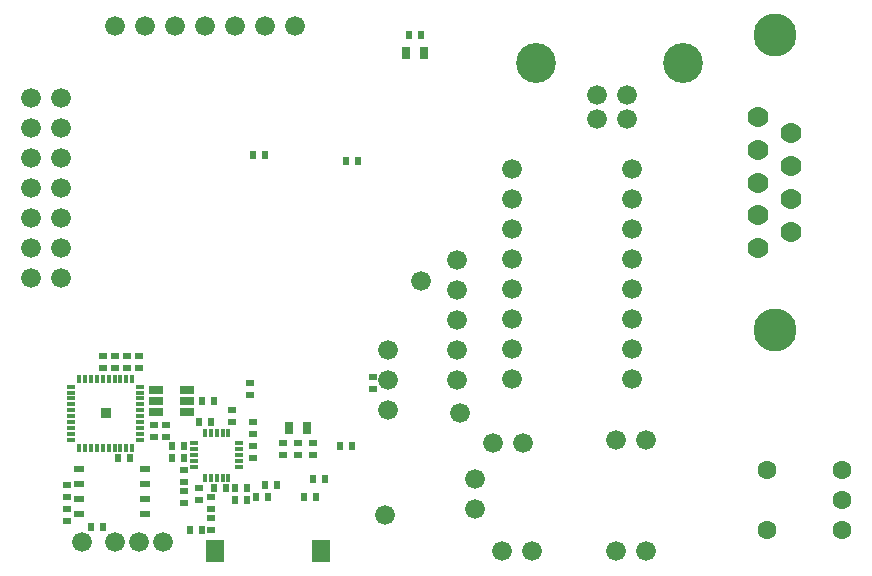
<source format=gbs>
G04 (created by PCBNEW-RS274X (2010-03-14)-final) date Mon 05 Jul 2010 03:41:04 PM EDT*
G01*
G70*
G90*
%MOIN*%
G04 Gerber Fmt 3.4, Leading zero omitted, Abs format*
%FSLAX34Y34*%
G04 APERTURE LIST*
%ADD10C,0.001000*%
%ADD11R,0.026600X0.022700*%
%ADD12R,0.022700X0.026600*%
%ADD13R,0.026600X0.038400*%
%ADD14C,0.066000*%
%ADD15R,0.062100X0.073900*%
%ADD16C,0.143000*%
%ADD17C,0.069900*%
%ADD18C,0.132900*%
%ADD19C,0.063000*%
%ADD20R,0.012800X0.026600*%
%ADD21R,0.026600X0.012800*%
%ADD22R,0.012800X0.028600*%
%ADD23R,0.028600X0.012800*%
%ADD24R,0.034500X0.034500*%
%ADD25R,0.045000X0.026600*%
%ADD26R,0.034500X0.022700*%
G04 APERTURE END LIST*
G54D10*
G54D11*
X25400Y-27397D03*
X25400Y-27003D03*
X26200Y-27397D03*
X26200Y-27003D03*
X25800Y-27397D03*
X25800Y-27003D03*
X25000Y-27003D03*
X25000Y-27397D03*
G54D12*
X25503Y-30400D03*
X25897Y-30400D03*
G54D11*
X26700Y-29303D03*
X26700Y-29697D03*
G54D12*
X28303Y-28500D03*
X28697Y-28500D03*
G54D11*
X27100Y-29697D03*
X27100Y-29303D03*
G54D12*
X27697Y-30000D03*
X27303Y-30000D03*
G54D11*
X27700Y-30803D03*
X27700Y-31197D03*
X28600Y-32097D03*
X28600Y-31703D03*
G54D12*
X28703Y-31400D03*
X29097Y-31400D03*
X29797Y-31400D03*
X29403Y-31400D03*
X29403Y-31800D03*
X29797Y-31800D03*
X30497Y-31700D03*
X30103Y-31700D03*
G54D11*
X28600Y-32403D03*
X28600Y-32797D03*
G54D12*
X28297Y-32800D03*
X27903Y-32800D03*
G54D11*
X27700Y-31897D03*
X27700Y-31503D03*
X28200Y-31797D03*
X28200Y-31403D03*
X29300Y-28803D03*
X29300Y-29197D03*
G54D12*
X28203Y-29200D03*
X28597Y-29200D03*
G54D11*
X31000Y-29903D03*
X31000Y-30297D03*
X32000Y-29903D03*
X32000Y-30297D03*
X31500Y-29903D03*
X31500Y-30297D03*
G54D12*
X30797Y-31300D03*
X30403Y-31300D03*
G54D11*
X29900Y-28297D03*
X29900Y-27903D03*
X30000Y-29203D03*
X30000Y-29597D03*
G54D12*
X35597Y-16300D03*
X35203Y-16300D03*
X32397Y-31100D03*
X32003Y-31100D03*
X32097Y-31700D03*
X31703Y-31700D03*
X27303Y-30400D03*
X27697Y-30400D03*
G54D11*
X30000Y-30397D03*
X30000Y-30003D03*
G54D12*
X33497Y-20500D03*
X33103Y-20500D03*
X30397Y-20300D03*
X30003Y-20300D03*
G54D11*
X23800Y-31697D03*
X23800Y-31303D03*
G54D12*
X24603Y-32700D03*
X24997Y-32700D03*
G54D11*
X23800Y-32103D03*
X23800Y-32497D03*
X34000Y-28097D03*
X34000Y-27703D03*
G54D13*
X31795Y-29400D03*
X31205Y-29400D03*
X35105Y-16900D03*
X35695Y-16900D03*
G54D14*
X37400Y-31100D03*
X37400Y-32100D03*
X42100Y-29800D03*
X43100Y-29800D03*
X42100Y-33500D03*
X43100Y-33500D03*
X39000Y-29900D03*
X38000Y-29900D03*
X39300Y-33500D03*
X38300Y-33500D03*
X22600Y-18400D03*
X23600Y-18400D03*
X22600Y-19400D03*
X23600Y-19400D03*
X22600Y-20400D03*
X23600Y-20400D03*
X22600Y-21400D03*
X23600Y-21400D03*
X22600Y-22400D03*
X23600Y-22400D03*
X22600Y-23400D03*
X23600Y-23400D03*
X22600Y-24400D03*
X23600Y-24400D03*
G54D15*
X28729Y-33500D03*
X32272Y-33500D03*
G54D16*
X47400Y-26120D03*
G54D17*
X46841Y-23394D03*
X46841Y-22303D03*
X46841Y-21213D03*
X46841Y-20122D03*
X46841Y-19031D03*
X47959Y-22848D03*
X47959Y-21758D03*
X47959Y-20667D03*
X47959Y-19577D03*
G54D16*
X47400Y-16281D03*
G54D18*
X44341Y-17240D03*
X39459Y-17240D03*
G54D14*
X42463Y-18307D03*
X42463Y-19094D03*
X41479Y-19094D03*
X41479Y-18307D03*
G54D19*
X49650Y-32800D03*
X49650Y-31800D03*
X49650Y-30800D03*
X47150Y-30800D03*
X47150Y-32800D03*
G54D20*
X28800Y-29552D03*
X28603Y-29552D03*
X28406Y-29552D03*
X28997Y-29552D03*
X29194Y-29552D03*
X28406Y-31048D03*
X28603Y-31048D03*
X28800Y-31048D03*
X28997Y-31048D03*
X29194Y-31048D03*
G54D21*
X28052Y-30300D03*
X28052Y-30497D03*
X28052Y-30694D03*
X28052Y-30103D03*
X28052Y-29906D03*
X29548Y-30300D03*
X29548Y-30497D03*
X29548Y-30694D03*
X29548Y-30103D03*
X29548Y-29906D03*
G54D22*
X24214Y-27748D03*
X24411Y-27748D03*
X24608Y-27748D03*
X24805Y-27748D03*
X25002Y-27748D03*
X25198Y-27748D03*
X25395Y-27748D03*
X25592Y-27748D03*
X25789Y-27748D03*
X25986Y-27748D03*
X25986Y-30052D03*
X25789Y-30052D03*
X25592Y-30052D03*
X25395Y-30052D03*
X25198Y-30052D03*
X25002Y-30052D03*
X24805Y-30052D03*
X24608Y-30052D03*
X24411Y-30052D03*
X24214Y-30052D03*
G54D23*
X26252Y-28014D03*
X26252Y-28211D03*
X26252Y-28408D03*
X26252Y-28605D03*
X26252Y-28802D03*
X26252Y-28998D03*
X26252Y-29195D03*
X26252Y-29392D03*
X26252Y-29589D03*
X26252Y-29786D03*
X23948Y-29786D03*
X23948Y-29589D03*
X23948Y-29392D03*
X23948Y-29195D03*
X23948Y-28998D03*
X23948Y-28802D03*
X23948Y-28605D03*
X23948Y-28408D03*
X23948Y-28211D03*
X23948Y-28014D03*
G54D24*
X25100Y-28900D03*
G54D25*
X26788Y-28874D03*
X26788Y-28500D03*
X26788Y-28126D03*
X27812Y-28126D03*
X27812Y-28500D03*
X27812Y-28874D03*
G54D14*
X38650Y-22750D03*
X38650Y-21750D03*
X38650Y-20750D03*
X38650Y-23750D03*
X38650Y-24750D03*
X38650Y-25750D03*
X38650Y-26750D03*
X38650Y-27750D03*
X42650Y-20750D03*
X42650Y-21750D03*
X42650Y-22750D03*
X42650Y-23750D03*
X42650Y-24750D03*
X42650Y-25750D03*
X42650Y-26750D03*
X42650Y-27750D03*
X26200Y-33200D03*
X36800Y-26800D03*
X36800Y-27800D03*
X25400Y-33200D03*
X24300Y-33200D03*
X35600Y-24500D03*
X34500Y-26800D03*
X34500Y-27800D03*
X34500Y-28800D03*
X36800Y-25800D03*
X36800Y-24800D03*
X36800Y-23800D03*
G54D26*
X24198Y-32250D03*
X24198Y-31750D03*
X24198Y-31250D03*
X24198Y-30750D03*
X26402Y-30750D03*
X26402Y-31250D03*
X26402Y-31750D03*
X26402Y-32250D03*
G54D12*
X33297Y-30000D03*
X32903Y-30000D03*
G54D14*
X27000Y-33200D03*
X36900Y-28900D03*
X34400Y-32300D03*
X31400Y-16000D03*
X30400Y-16000D03*
X29400Y-16000D03*
X28400Y-16000D03*
X27400Y-16000D03*
X26400Y-16000D03*
X25400Y-16000D03*
M02*

</source>
